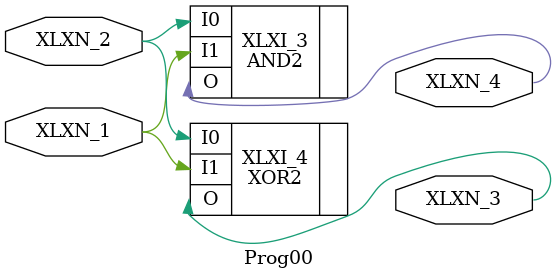
<source format=v>
`timescale 1ns / 1ps

module Prog00(XLXN_1, 
              XLXN_2, 
              XLXN_3, 
              XLXN_4);

    input XLXN_1;
    input XLXN_2;
   output XLXN_3;
   output XLXN_4;
   
   
   AND2  XLXI_3 (.I0(XLXN_2), 
                .I1(XLXN_1), 
                .O(XLXN_4));
   XOR2  XLXI_4 (.I0(XLXN_2), 
                .I1(XLXN_1), 
                .O(XLXN_3));
endmodule

</source>
